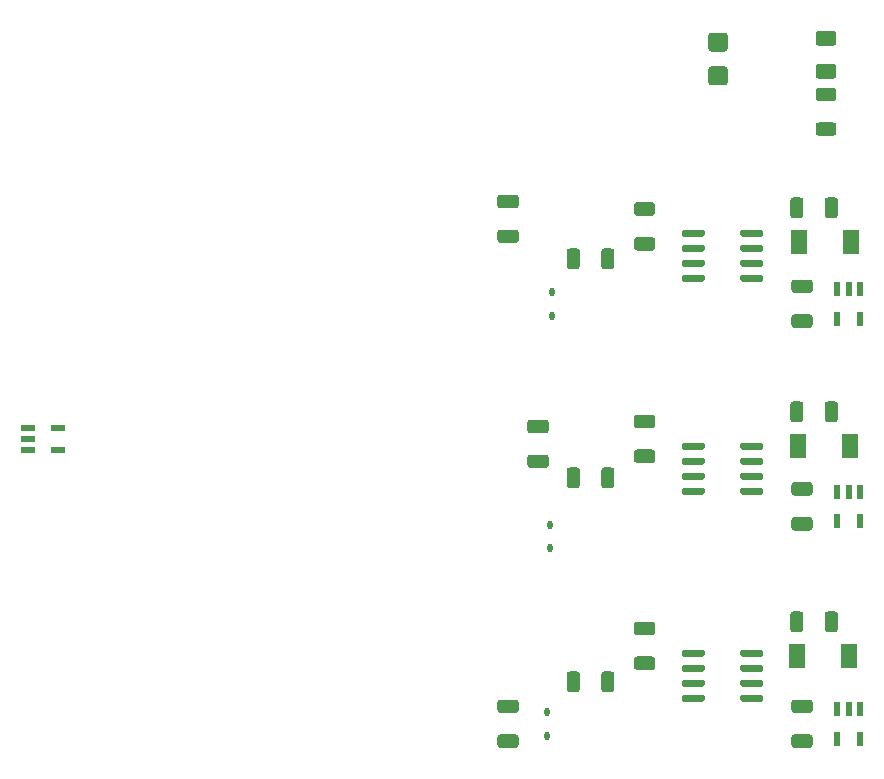
<source format=gbr>
%TF.GenerationSoftware,KiCad,Pcbnew,5.1.10-88a1d61d58~88~ubuntu20.04.1*%
%TF.CreationDate,2021-06-19T14:45:42+02:00*%
%TF.ProjectId,WindowControl,57696e64-6f77-4436-9f6e-74726f6c2e6b,rev?*%
%TF.SameCoordinates,Original*%
%TF.FileFunction,Paste,Top*%
%TF.FilePolarity,Positive*%
%FSLAX46Y46*%
G04 Gerber Fmt 4.6, Leading zero omitted, Abs format (unit mm)*
G04 Created by KiCad (PCBNEW 5.1.10-88a1d61d58~88~ubuntu20.04.1) date 2021-06-19 14:45:42*
%MOMM*%
%LPD*%
G01*
G04 APERTURE LIST*
%ADD10O,0.430000X0.710000*%
%ADD11R,0.590000X1.210000*%
%ADD12R,1.210000X0.590000*%
%ADD13R,1.400000X2.100000*%
G04 APERTURE END LIST*
%TO.C,C1*%
G36*
G01*
X86502001Y-48835000D02*
X85201999Y-48835000D01*
G75*
G02*
X84952000Y-48585001I0J249999D01*
G01*
X84952000Y-47934999D01*
G75*
G02*
X85201999Y-47685000I249999J0D01*
G01*
X86502001Y-47685000D01*
G75*
G02*
X86752000Y-47934999I0J-249999D01*
G01*
X86752000Y-48585001D01*
G75*
G02*
X86502001Y-48835000I-249999J0D01*
G01*
G37*
G36*
G01*
X86502001Y-45885000D02*
X85201999Y-45885000D01*
G75*
G02*
X84952000Y-45635001I0J249999D01*
G01*
X84952000Y-44984999D01*
G75*
G02*
X85201999Y-44735000I249999J0D01*
G01*
X86502001Y-44735000D01*
G75*
G02*
X86752000Y-44984999I0J-249999D01*
G01*
X86752000Y-45635001D01*
G75*
G02*
X86502001Y-45885000I-249999J0D01*
G01*
G37*
%TD*%
%TO.C,C2*%
G36*
G01*
X98536999Y-54240000D02*
X99837001Y-54240000D01*
G75*
G02*
X100087000Y-54489999I0J-249999D01*
G01*
X100087000Y-55140001D01*
G75*
G02*
X99837001Y-55390000I-249999J0D01*
G01*
X98536999Y-55390000D01*
G75*
G02*
X98287000Y-55140001I0J249999D01*
G01*
X98287000Y-54489999D01*
G75*
G02*
X98536999Y-54240000I249999J0D01*
G01*
G37*
G36*
G01*
X98536999Y-51290000D02*
X99837001Y-51290000D01*
G75*
G02*
X100087000Y-51539999I0J-249999D01*
G01*
X100087000Y-52190001D01*
G75*
G02*
X99837001Y-52440000I-249999J0D01*
G01*
X98536999Y-52440000D01*
G75*
G02*
X98287000Y-52190001I0J249999D01*
G01*
X98287000Y-51539999D01*
G75*
G02*
X98536999Y-51290000I249999J0D01*
G01*
G37*
%TD*%
%TO.C,C3*%
G36*
G01*
X98536999Y-89800000D02*
X99837001Y-89800000D01*
G75*
G02*
X100087000Y-90049999I0J-249999D01*
G01*
X100087000Y-90700001D01*
G75*
G02*
X99837001Y-90950000I-249999J0D01*
G01*
X98536999Y-90950000D01*
G75*
G02*
X98287000Y-90700001I0J249999D01*
G01*
X98287000Y-90049999D01*
G75*
G02*
X98536999Y-89800000I249999J0D01*
G01*
G37*
G36*
G01*
X98536999Y-86850000D02*
X99837001Y-86850000D01*
G75*
G02*
X100087000Y-87099999I0J-249999D01*
G01*
X100087000Y-87750001D01*
G75*
G02*
X99837001Y-88000000I-249999J0D01*
G01*
X98536999Y-88000000D01*
G75*
G02*
X98287000Y-87750001I0J249999D01*
G01*
X98287000Y-87099999D01*
G75*
G02*
X98536999Y-86850000I249999J0D01*
G01*
G37*
%TD*%
%TO.C,C4*%
G36*
G01*
X98536999Y-68435000D02*
X99837001Y-68435000D01*
G75*
G02*
X100087000Y-68684999I0J-249999D01*
G01*
X100087000Y-69335001D01*
G75*
G02*
X99837001Y-69585000I-249999J0D01*
G01*
X98536999Y-69585000D01*
G75*
G02*
X98287000Y-69335001I0J249999D01*
G01*
X98287000Y-68684999D01*
G75*
G02*
X98536999Y-68435000I249999J0D01*
G01*
G37*
G36*
G01*
X98536999Y-71385000D02*
X99837001Y-71385000D01*
G75*
G02*
X100087000Y-71634999I0J-249999D01*
G01*
X100087000Y-72285001D01*
G75*
G02*
X99837001Y-72535000I-249999J0D01*
G01*
X98536999Y-72535000D01*
G75*
G02*
X98287000Y-72285001I0J249999D01*
G01*
X98287000Y-71634999D01*
G75*
G02*
X98536999Y-71385000I249999J0D01*
G01*
G37*
%TD*%
%TO.C,C5*%
G36*
G01*
X86502001Y-63870000D02*
X85201999Y-63870000D01*
G75*
G02*
X84952000Y-63620001I0J249999D01*
G01*
X84952000Y-62969999D01*
G75*
G02*
X85201999Y-62720000I249999J0D01*
G01*
X86502001Y-62720000D01*
G75*
G02*
X86752000Y-62969999I0J-249999D01*
G01*
X86752000Y-63620001D01*
G75*
G02*
X86502001Y-63870000I-249999J0D01*
G01*
G37*
G36*
G01*
X86502001Y-66820000D02*
X85201999Y-66820000D01*
G75*
G02*
X84952000Y-66570001I0J249999D01*
G01*
X84952000Y-65919999D01*
G75*
G02*
X85201999Y-65670000I249999J0D01*
G01*
X86502001Y-65670000D01*
G75*
G02*
X86752000Y-65919999I0J-249999D01*
G01*
X86752000Y-66570001D01*
G75*
G02*
X86502001Y-66820000I-249999J0D01*
G01*
G37*
%TD*%
%TO.C,C6*%
G36*
G01*
X86502001Y-84346000D02*
X85201999Y-84346000D01*
G75*
G02*
X84952000Y-84096001I0J249999D01*
G01*
X84952000Y-83445999D01*
G75*
G02*
X85201999Y-83196000I249999J0D01*
G01*
X86502001Y-83196000D01*
G75*
G02*
X86752000Y-83445999I0J-249999D01*
G01*
X86752000Y-84096001D01*
G75*
G02*
X86502001Y-84346000I-249999J0D01*
G01*
G37*
G36*
G01*
X86502001Y-81396000D02*
X85201999Y-81396000D01*
G75*
G02*
X84952000Y-81146001I0J249999D01*
G01*
X84952000Y-80495999D01*
G75*
G02*
X85201999Y-80246000I249999J0D01*
G01*
X86502001Y-80246000D01*
G75*
G02*
X86752000Y-80495999I0J-249999D01*
G01*
X86752000Y-81146001D01*
G75*
G02*
X86502001Y-81396000I-249999J0D01*
G01*
G37*
%TD*%
%TO.C,R1*%
G36*
G01*
X99303000Y-44586999D02*
X99303000Y-45837001D01*
G75*
G02*
X99053001Y-46087000I-249999J0D01*
G01*
X98427999Y-46087000D01*
G75*
G02*
X98178000Y-45837001I0J249999D01*
G01*
X98178000Y-44586999D01*
G75*
G02*
X98427999Y-44337000I249999J0D01*
G01*
X99053001Y-44337000D01*
G75*
G02*
X99303000Y-44586999I0J-249999D01*
G01*
G37*
G36*
G01*
X102228000Y-44586999D02*
X102228000Y-45837001D01*
G75*
G02*
X101978001Y-46087000I-249999J0D01*
G01*
X101352999Y-46087000D01*
G75*
G02*
X101103000Y-45837001I0J249999D01*
G01*
X101103000Y-44586999D01*
G75*
G02*
X101352999Y-44337000I249999J0D01*
G01*
X101978001Y-44337000D01*
G75*
G02*
X102228000Y-44586999I0J-249999D01*
G01*
G37*
%TD*%
%TO.C,R2*%
G36*
G01*
X102228000Y-61858999D02*
X102228000Y-63109001D01*
G75*
G02*
X101978001Y-63359000I-249999J0D01*
G01*
X101352999Y-63359000D01*
G75*
G02*
X101103000Y-63109001I0J249999D01*
G01*
X101103000Y-61858999D01*
G75*
G02*
X101352999Y-61609000I249999J0D01*
G01*
X101978001Y-61609000D01*
G75*
G02*
X102228000Y-61858999I0J-249999D01*
G01*
G37*
G36*
G01*
X99303000Y-61858999D02*
X99303000Y-63109001D01*
G75*
G02*
X99053001Y-63359000I-249999J0D01*
G01*
X98427999Y-63359000D01*
G75*
G02*
X98178000Y-63109001I0J249999D01*
G01*
X98178000Y-61858999D01*
G75*
G02*
X98427999Y-61609000I249999J0D01*
G01*
X99053001Y-61609000D01*
G75*
G02*
X99303000Y-61858999I0J-249999D01*
G01*
G37*
%TD*%
%TO.C,R3*%
G36*
G01*
X102228000Y-79638999D02*
X102228000Y-80889001D01*
G75*
G02*
X101978001Y-81139000I-249999J0D01*
G01*
X101352999Y-81139000D01*
G75*
G02*
X101103000Y-80889001I0J249999D01*
G01*
X101103000Y-79638999D01*
G75*
G02*
X101352999Y-79389000I249999J0D01*
G01*
X101978001Y-79389000D01*
G75*
G02*
X102228000Y-79638999I0J-249999D01*
G01*
G37*
G36*
G01*
X99303000Y-79638999D02*
X99303000Y-80889001D01*
G75*
G02*
X99053001Y-81139000I-249999J0D01*
G01*
X98427999Y-81139000D01*
G75*
G02*
X98178000Y-80889001I0J249999D01*
G01*
X98178000Y-79638999D01*
G75*
G02*
X98427999Y-79389000I249999J0D01*
G01*
X99053001Y-79389000D01*
G75*
G02*
X99303000Y-79638999I0J-249999D01*
G01*
G37*
%TD*%
%TO.C,U1*%
G36*
G01*
X95906000Y-51031000D02*
X95906000Y-51331000D01*
G75*
G02*
X95756000Y-51481000I-150000J0D01*
G01*
X94106000Y-51481000D01*
G75*
G02*
X93956000Y-51331000I0J150000D01*
G01*
X93956000Y-51031000D01*
G75*
G02*
X94106000Y-50881000I150000J0D01*
G01*
X95756000Y-50881000D01*
G75*
G02*
X95906000Y-51031000I0J-150000D01*
G01*
G37*
G36*
G01*
X95906000Y-49761000D02*
X95906000Y-50061000D01*
G75*
G02*
X95756000Y-50211000I-150000J0D01*
G01*
X94106000Y-50211000D01*
G75*
G02*
X93956000Y-50061000I0J150000D01*
G01*
X93956000Y-49761000D01*
G75*
G02*
X94106000Y-49611000I150000J0D01*
G01*
X95756000Y-49611000D01*
G75*
G02*
X95906000Y-49761000I0J-150000D01*
G01*
G37*
G36*
G01*
X95906000Y-48491000D02*
X95906000Y-48791000D01*
G75*
G02*
X95756000Y-48941000I-150000J0D01*
G01*
X94106000Y-48941000D01*
G75*
G02*
X93956000Y-48791000I0J150000D01*
G01*
X93956000Y-48491000D01*
G75*
G02*
X94106000Y-48341000I150000J0D01*
G01*
X95756000Y-48341000D01*
G75*
G02*
X95906000Y-48491000I0J-150000D01*
G01*
G37*
G36*
G01*
X95906000Y-47221000D02*
X95906000Y-47521000D01*
G75*
G02*
X95756000Y-47671000I-150000J0D01*
G01*
X94106000Y-47671000D01*
G75*
G02*
X93956000Y-47521000I0J150000D01*
G01*
X93956000Y-47221000D01*
G75*
G02*
X94106000Y-47071000I150000J0D01*
G01*
X95756000Y-47071000D01*
G75*
G02*
X95906000Y-47221000I0J-150000D01*
G01*
G37*
G36*
G01*
X90956000Y-47221000D02*
X90956000Y-47521000D01*
G75*
G02*
X90806000Y-47671000I-150000J0D01*
G01*
X89156000Y-47671000D01*
G75*
G02*
X89006000Y-47521000I0J150000D01*
G01*
X89006000Y-47221000D01*
G75*
G02*
X89156000Y-47071000I150000J0D01*
G01*
X90806000Y-47071000D01*
G75*
G02*
X90956000Y-47221000I0J-150000D01*
G01*
G37*
G36*
G01*
X90956000Y-48491000D02*
X90956000Y-48791000D01*
G75*
G02*
X90806000Y-48941000I-150000J0D01*
G01*
X89156000Y-48941000D01*
G75*
G02*
X89006000Y-48791000I0J150000D01*
G01*
X89006000Y-48491000D01*
G75*
G02*
X89156000Y-48341000I150000J0D01*
G01*
X90806000Y-48341000D01*
G75*
G02*
X90956000Y-48491000I0J-150000D01*
G01*
G37*
G36*
G01*
X90956000Y-49761000D02*
X90956000Y-50061000D01*
G75*
G02*
X90806000Y-50211000I-150000J0D01*
G01*
X89156000Y-50211000D01*
G75*
G02*
X89006000Y-50061000I0J150000D01*
G01*
X89006000Y-49761000D01*
G75*
G02*
X89156000Y-49611000I150000J0D01*
G01*
X90806000Y-49611000D01*
G75*
G02*
X90956000Y-49761000I0J-150000D01*
G01*
G37*
G36*
G01*
X90956000Y-51031000D02*
X90956000Y-51331000D01*
G75*
G02*
X90806000Y-51481000I-150000J0D01*
G01*
X89156000Y-51481000D01*
G75*
G02*
X89006000Y-51331000I0J150000D01*
G01*
X89006000Y-51031000D01*
G75*
G02*
X89156000Y-50881000I150000J0D01*
G01*
X90806000Y-50881000D01*
G75*
G02*
X90956000Y-51031000I0J-150000D01*
G01*
G37*
%TD*%
%TO.C,U2*%
G36*
G01*
X95906000Y-69065000D02*
X95906000Y-69365000D01*
G75*
G02*
X95756000Y-69515000I-150000J0D01*
G01*
X94106000Y-69515000D01*
G75*
G02*
X93956000Y-69365000I0J150000D01*
G01*
X93956000Y-69065000D01*
G75*
G02*
X94106000Y-68915000I150000J0D01*
G01*
X95756000Y-68915000D01*
G75*
G02*
X95906000Y-69065000I0J-150000D01*
G01*
G37*
G36*
G01*
X95906000Y-67795000D02*
X95906000Y-68095000D01*
G75*
G02*
X95756000Y-68245000I-150000J0D01*
G01*
X94106000Y-68245000D01*
G75*
G02*
X93956000Y-68095000I0J150000D01*
G01*
X93956000Y-67795000D01*
G75*
G02*
X94106000Y-67645000I150000J0D01*
G01*
X95756000Y-67645000D01*
G75*
G02*
X95906000Y-67795000I0J-150000D01*
G01*
G37*
G36*
G01*
X95906000Y-66525000D02*
X95906000Y-66825000D01*
G75*
G02*
X95756000Y-66975000I-150000J0D01*
G01*
X94106000Y-66975000D01*
G75*
G02*
X93956000Y-66825000I0J150000D01*
G01*
X93956000Y-66525000D01*
G75*
G02*
X94106000Y-66375000I150000J0D01*
G01*
X95756000Y-66375000D01*
G75*
G02*
X95906000Y-66525000I0J-150000D01*
G01*
G37*
G36*
G01*
X95906000Y-65255000D02*
X95906000Y-65555000D01*
G75*
G02*
X95756000Y-65705000I-150000J0D01*
G01*
X94106000Y-65705000D01*
G75*
G02*
X93956000Y-65555000I0J150000D01*
G01*
X93956000Y-65255000D01*
G75*
G02*
X94106000Y-65105000I150000J0D01*
G01*
X95756000Y-65105000D01*
G75*
G02*
X95906000Y-65255000I0J-150000D01*
G01*
G37*
G36*
G01*
X90956000Y-65255000D02*
X90956000Y-65555000D01*
G75*
G02*
X90806000Y-65705000I-150000J0D01*
G01*
X89156000Y-65705000D01*
G75*
G02*
X89006000Y-65555000I0J150000D01*
G01*
X89006000Y-65255000D01*
G75*
G02*
X89156000Y-65105000I150000J0D01*
G01*
X90806000Y-65105000D01*
G75*
G02*
X90956000Y-65255000I0J-150000D01*
G01*
G37*
G36*
G01*
X90956000Y-66525000D02*
X90956000Y-66825000D01*
G75*
G02*
X90806000Y-66975000I-150000J0D01*
G01*
X89156000Y-66975000D01*
G75*
G02*
X89006000Y-66825000I0J150000D01*
G01*
X89006000Y-66525000D01*
G75*
G02*
X89156000Y-66375000I150000J0D01*
G01*
X90806000Y-66375000D01*
G75*
G02*
X90956000Y-66525000I0J-150000D01*
G01*
G37*
G36*
G01*
X90956000Y-67795000D02*
X90956000Y-68095000D01*
G75*
G02*
X90806000Y-68245000I-150000J0D01*
G01*
X89156000Y-68245000D01*
G75*
G02*
X89006000Y-68095000I0J150000D01*
G01*
X89006000Y-67795000D01*
G75*
G02*
X89156000Y-67645000I150000J0D01*
G01*
X90806000Y-67645000D01*
G75*
G02*
X90956000Y-67795000I0J-150000D01*
G01*
G37*
G36*
G01*
X90956000Y-69065000D02*
X90956000Y-69365000D01*
G75*
G02*
X90806000Y-69515000I-150000J0D01*
G01*
X89156000Y-69515000D01*
G75*
G02*
X89006000Y-69365000I0J150000D01*
G01*
X89006000Y-69065000D01*
G75*
G02*
X89156000Y-68915000I150000J0D01*
G01*
X90806000Y-68915000D01*
G75*
G02*
X90956000Y-69065000I0J-150000D01*
G01*
G37*
%TD*%
%TO.C,U3*%
G36*
G01*
X90956000Y-86591000D02*
X90956000Y-86891000D01*
G75*
G02*
X90806000Y-87041000I-150000J0D01*
G01*
X89156000Y-87041000D01*
G75*
G02*
X89006000Y-86891000I0J150000D01*
G01*
X89006000Y-86591000D01*
G75*
G02*
X89156000Y-86441000I150000J0D01*
G01*
X90806000Y-86441000D01*
G75*
G02*
X90956000Y-86591000I0J-150000D01*
G01*
G37*
G36*
G01*
X90956000Y-85321000D02*
X90956000Y-85621000D01*
G75*
G02*
X90806000Y-85771000I-150000J0D01*
G01*
X89156000Y-85771000D01*
G75*
G02*
X89006000Y-85621000I0J150000D01*
G01*
X89006000Y-85321000D01*
G75*
G02*
X89156000Y-85171000I150000J0D01*
G01*
X90806000Y-85171000D01*
G75*
G02*
X90956000Y-85321000I0J-150000D01*
G01*
G37*
G36*
G01*
X90956000Y-84051000D02*
X90956000Y-84351000D01*
G75*
G02*
X90806000Y-84501000I-150000J0D01*
G01*
X89156000Y-84501000D01*
G75*
G02*
X89006000Y-84351000I0J150000D01*
G01*
X89006000Y-84051000D01*
G75*
G02*
X89156000Y-83901000I150000J0D01*
G01*
X90806000Y-83901000D01*
G75*
G02*
X90956000Y-84051000I0J-150000D01*
G01*
G37*
G36*
G01*
X90956000Y-82781000D02*
X90956000Y-83081000D01*
G75*
G02*
X90806000Y-83231000I-150000J0D01*
G01*
X89156000Y-83231000D01*
G75*
G02*
X89006000Y-83081000I0J150000D01*
G01*
X89006000Y-82781000D01*
G75*
G02*
X89156000Y-82631000I150000J0D01*
G01*
X90806000Y-82631000D01*
G75*
G02*
X90956000Y-82781000I0J-150000D01*
G01*
G37*
G36*
G01*
X95906000Y-82781000D02*
X95906000Y-83081000D01*
G75*
G02*
X95756000Y-83231000I-150000J0D01*
G01*
X94106000Y-83231000D01*
G75*
G02*
X93956000Y-83081000I0J150000D01*
G01*
X93956000Y-82781000D01*
G75*
G02*
X94106000Y-82631000I150000J0D01*
G01*
X95756000Y-82631000D01*
G75*
G02*
X95906000Y-82781000I0J-150000D01*
G01*
G37*
G36*
G01*
X95906000Y-84051000D02*
X95906000Y-84351000D01*
G75*
G02*
X95756000Y-84501000I-150000J0D01*
G01*
X94106000Y-84501000D01*
G75*
G02*
X93956000Y-84351000I0J150000D01*
G01*
X93956000Y-84051000D01*
G75*
G02*
X94106000Y-83901000I150000J0D01*
G01*
X95756000Y-83901000D01*
G75*
G02*
X95906000Y-84051000I0J-150000D01*
G01*
G37*
G36*
G01*
X95906000Y-85321000D02*
X95906000Y-85621000D01*
G75*
G02*
X95756000Y-85771000I-150000J0D01*
G01*
X94106000Y-85771000D01*
G75*
G02*
X93956000Y-85621000I0J150000D01*
G01*
X93956000Y-85321000D01*
G75*
G02*
X94106000Y-85171000I150000J0D01*
G01*
X95756000Y-85171000D01*
G75*
G02*
X95906000Y-85321000I0J-150000D01*
G01*
G37*
G36*
G01*
X95906000Y-86591000D02*
X95906000Y-86891000D01*
G75*
G02*
X95756000Y-87041000I-150000J0D01*
G01*
X94106000Y-87041000D01*
G75*
G02*
X93956000Y-86891000I0J150000D01*
G01*
X93956000Y-86591000D01*
G75*
G02*
X94106000Y-86441000I150000J0D01*
G01*
X95756000Y-86441000D01*
G75*
G02*
X95906000Y-86591000I0J-150000D01*
G01*
G37*
%TD*%
D10*
%TO.C,D4*%
X77980540Y-52355160D03*
X77980540Y-54345160D03*
%TD*%
%TO.C,D5*%
X77853540Y-74030160D03*
X77853540Y-72040160D03*
%TD*%
%TO.C,D6*%
X77599540Y-87915160D03*
X77599540Y-89905160D03*
%TD*%
%TO.C,R4*%
G36*
G01*
X79255000Y-50155001D02*
X79255000Y-48904999D01*
G75*
G02*
X79504999Y-48655000I249999J0D01*
G01*
X80130001Y-48655000D01*
G75*
G02*
X80380000Y-48904999I0J-249999D01*
G01*
X80380000Y-50155001D01*
G75*
G02*
X80130001Y-50405000I-249999J0D01*
G01*
X79504999Y-50405000D01*
G75*
G02*
X79255000Y-50155001I0J249999D01*
G01*
G37*
G36*
G01*
X82180000Y-50155001D02*
X82180000Y-48904999D01*
G75*
G02*
X82429999Y-48655000I249999J0D01*
G01*
X83055001Y-48655000D01*
G75*
G02*
X83305000Y-48904999I0J-249999D01*
G01*
X83305000Y-50155001D01*
G75*
G02*
X83055001Y-50405000I-249999J0D01*
G01*
X82429999Y-50405000D01*
G75*
G02*
X82180000Y-50155001I0J249999D01*
G01*
G37*
%TD*%
%TO.C,R5*%
G36*
G01*
X82180000Y-68697001D02*
X82180000Y-67446999D01*
G75*
G02*
X82429999Y-67197000I249999J0D01*
G01*
X83055001Y-67197000D01*
G75*
G02*
X83305000Y-67446999I0J-249999D01*
G01*
X83305000Y-68697001D01*
G75*
G02*
X83055001Y-68947000I-249999J0D01*
G01*
X82429999Y-68947000D01*
G75*
G02*
X82180000Y-68697001I0J249999D01*
G01*
G37*
G36*
G01*
X79255000Y-68697001D02*
X79255000Y-67446999D01*
G75*
G02*
X79504999Y-67197000I249999J0D01*
G01*
X80130001Y-67197000D01*
G75*
G02*
X80380000Y-67446999I0J-249999D01*
G01*
X80380000Y-68697001D01*
G75*
G02*
X80130001Y-68947000I-249999J0D01*
G01*
X79504999Y-68947000D01*
G75*
G02*
X79255000Y-68697001I0J249999D01*
G01*
G37*
%TD*%
%TO.C,R6*%
G36*
G01*
X79255000Y-85969001D02*
X79255000Y-84718999D01*
G75*
G02*
X79504999Y-84469000I249999J0D01*
G01*
X80130001Y-84469000D01*
G75*
G02*
X80380000Y-84718999I0J-249999D01*
G01*
X80380000Y-85969001D01*
G75*
G02*
X80130001Y-86219000I-249999J0D01*
G01*
X79504999Y-86219000D01*
G75*
G02*
X79255000Y-85969001I0J249999D01*
G01*
G37*
G36*
G01*
X82180000Y-85969001D02*
X82180000Y-84718999D01*
G75*
G02*
X82429999Y-84469000I249999J0D01*
G01*
X83055001Y-84469000D01*
G75*
G02*
X83305000Y-84718999I0J-249999D01*
G01*
X83305000Y-85969001D01*
G75*
G02*
X83055001Y-86219000I-249999J0D01*
G01*
X82429999Y-86219000D01*
G75*
G02*
X82180000Y-85969001I0J249999D01*
G01*
G37*
%TD*%
%TO.C,F1*%
G36*
G01*
X91500000Y-30386000D02*
X92650000Y-30386000D01*
G75*
G02*
X92900000Y-30636000I0J-250000D01*
G01*
X92900000Y-31736000D01*
G75*
G02*
X92650000Y-31986000I-250000J0D01*
G01*
X91500000Y-31986000D01*
G75*
G02*
X91250000Y-31736000I0J250000D01*
G01*
X91250000Y-30636000D01*
G75*
G02*
X91500000Y-30386000I250000J0D01*
G01*
G37*
G36*
G01*
X91500000Y-33236000D02*
X92650000Y-33236000D01*
G75*
G02*
X92900000Y-33486000I0J-250000D01*
G01*
X92900000Y-34586000D01*
G75*
G02*
X92650000Y-34836000I-250000J0D01*
G01*
X91500000Y-34836000D01*
G75*
G02*
X91250000Y-34586000I0J250000D01*
G01*
X91250000Y-33486000D01*
G75*
G02*
X91500000Y-33236000I250000J0D01*
G01*
G37*
%TD*%
D11*
%TO.C,U5*%
X104074000Y-69245000D03*
X103124000Y-69245000D03*
X102174000Y-69245000D03*
X102174000Y-71755000D03*
X104074000Y-71755000D03*
%TD*%
%TO.C,U6*%
X104074000Y-90155000D03*
X102174000Y-90155000D03*
X102174000Y-87645000D03*
X103124000Y-87645000D03*
X104074000Y-87645000D03*
%TD*%
%TO.C,U7*%
X104074000Y-54595000D03*
X102174000Y-54595000D03*
X102174000Y-52085000D03*
X103124000Y-52085000D03*
X104074000Y-52085000D03*
%TD*%
D12*
%TO.C,U8*%
X33670000Y-63820000D03*
X33670000Y-64770000D03*
X33670000Y-65720000D03*
X36180000Y-65720000D03*
X36180000Y-63820000D03*
%TD*%
D13*
%TO.C,D1*%
X103292000Y-48133000D03*
X98892000Y-48133000D03*
%TD*%
%TO.C,D2*%
X103251000Y-65405000D03*
X98851000Y-65405000D03*
%TD*%
%TO.C,D3*%
X98724000Y-83185000D03*
X103124000Y-83185000D03*
%TD*%
%TO.C,D7*%
G36*
G01*
X100594000Y-30236000D02*
X101844000Y-30236000D01*
G75*
G02*
X102094000Y-30486000I0J-250000D01*
G01*
X102094000Y-31236000D01*
G75*
G02*
X101844000Y-31486000I-250000J0D01*
G01*
X100594000Y-31486000D01*
G75*
G02*
X100344000Y-31236000I0J250000D01*
G01*
X100344000Y-30486000D01*
G75*
G02*
X100594000Y-30236000I250000J0D01*
G01*
G37*
G36*
G01*
X100594000Y-33036000D02*
X101844000Y-33036000D01*
G75*
G02*
X102094000Y-33286000I0J-250000D01*
G01*
X102094000Y-34036000D01*
G75*
G02*
X101844000Y-34286000I-250000J0D01*
G01*
X100594000Y-34286000D01*
G75*
G02*
X100344000Y-34036000I0J250000D01*
G01*
X100344000Y-33286000D01*
G75*
G02*
X100594000Y-33036000I250000J0D01*
G01*
G37*
%TD*%
%TO.C,R7*%
G36*
G01*
X101844001Y-39109000D02*
X100593999Y-39109000D01*
G75*
G02*
X100344000Y-38859001I0J249999D01*
G01*
X100344000Y-38233999D01*
G75*
G02*
X100593999Y-37984000I249999J0D01*
G01*
X101844001Y-37984000D01*
G75*
G02*
X102094000Y-38233999I0J-249999D01*
G01*
X102094000Y-38859001D01*
G75*
G02*
X101844001Y-39109000I-249999J0D01*
G01*
G37*
G36*
G01*
X101844001Y-36184000D02*
X100593999Y-36184000D01*
G75*
G02*
X100344000Y-35934001I0J249999D01*
G01*
X100344000Y-35308999D01*
G75*
G02*
X100593999Y-35059000I249999J0D01*
G01*
X101844001Y-35059000D01*
G75*
G02*
X102094000Y-35308999I0J-249999D01*
G01*
X102094000Y-35934001D01*
G75*
G02*
X101844001Y-36184000I-249999J0D01*
G01*
G37*
%TD*%
%TO.C,C11*%
G36*
G01*
X73644999Y-86850000D02*
X74945001Y-86850000D01*
G75*
G02*
X75195000Y-87099999I0J-249999D01*
G01*
X75195000Y-87750001D01*
G75*
G02*
X74945001Y-88000000I-249999J0D01*
G01*
X73644999Y-88000000D01*
G75*
G02*
X73395000Y-87750001I0J249999D01*
G01*
X73395000Y-87099999D01*
G75*
G02*
X73644999Y-86850000I249999J0D01*
G01*
G37*
G36*
G01*
X73644999Y-89800000D02*
X74945001Y-89800000D01*
G75*
G02*
X75195000Y-90049999I0J-249999D01*
G01*
X75195000Y-90700001D01*
G75*
G02*
X74945001Y-90950000I-249999J0D01*
G01*
X73644999Y-90950000D01*
G75*
G02*
X73395000Y-90700001I0J249999D01*
G01*
X73395000Y-90049999D01*
G75*
G02*
X73644999Y-89800000I249999J0D01*
G01*
G37*
%TD*%
%TO.C,C10*%
G36*
G01*
X77485001Y-64300000D02*
X76184999Y-64300000D01*
G75*
G02*
X75935000Y-64050001I0J249999D01*
G01*
X75935000Y-63399999D01*
G75*
G02*
X76184999Y-63150000I249999J0D01*
G01*
X77485001Y-63150000D01*
G75*
G02*
X77735000Y-63399999I0J-249999D01*
G01*
X77735000Y-64050001D01*
G75*
G02*
X77485001Y-64300000I-249999J0D01*
G01*
G37*
G36*
G01*
X77485001Y-67250000D02*
X76184999Y-67250000D01*
G75*
G02*
X75935000Y-67000001I0J249999D01*
G01*
X75935000Y-66349999D01*
G75*
G02*
X76184999Y-66100000I249999J0D01*
G01*
X77485001Y-66100000D01*
G75*
G02*
X77735000Y-66349999I0J-249999D01*
G01*
X77735000Y-67000001D01*
G75*
G02*
X77485001Y-67250000I-249999J0D01*
G01*
G37*
%TD*%
%TO.C,C12*%
G36*
G01*
X74945001Y-48200000D02*
X73644999Y-48200000D01*
G75*
G02*
X73395000Y-47950001I0J249999D01*
G01*
X73395000Y-47299999D01*
G75*
G02*
X73644999Y-47050000I249999J0D01*
G01*
X74945001Y-47050000D01*
G75*
G02*
X75195000Y-47299999I0J-249999D01*
G01*
X75195000Y-47950001D01*
G75*
G02*
X74945001Y-48200000I-249999J0D01*
G01*
G37*
G36*
G01*
X74945001Y-45250000D02*
X73644999Y-45250000D01*
G75*
G02*
X73395000Y-45000001I0J249999D01*
G01*
X73395000Y-44349999D01*
G75*
G02*
X73644999Y-44100000I249999J0D01*
G01*
X74945001Y-44100000D01*
G75*
G02*
X75195000Y-44349999I0J-249999D01*
G01*
X75195000Y-45000001D01*
G75*
G02*
X74945001Y-45250000I-249999J0D01*
G01*
G37*
%TD*%
M02*

</source>
